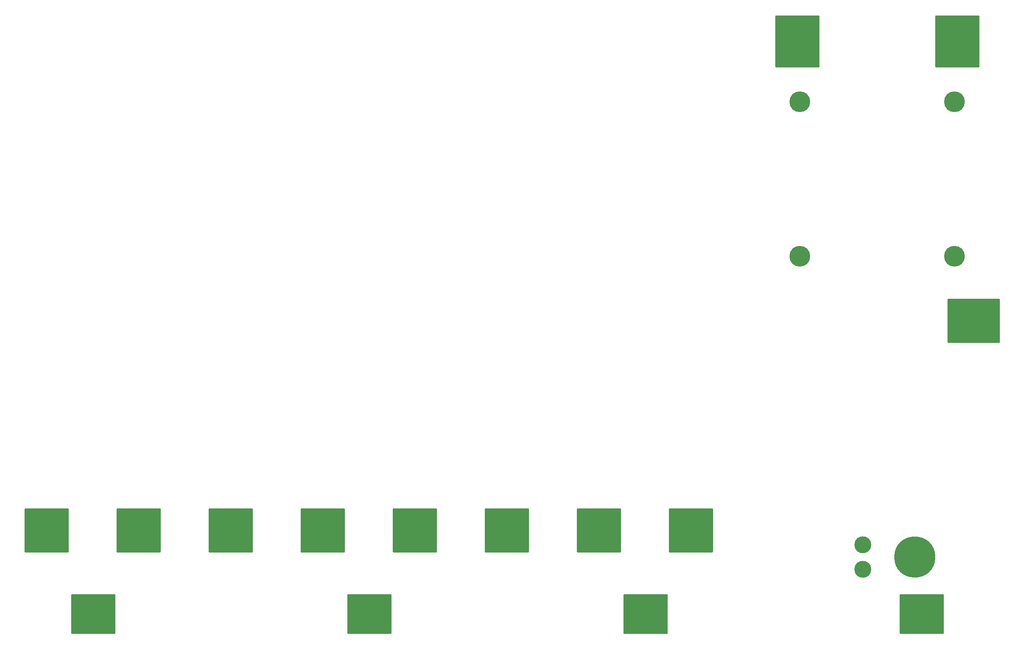
<source format=gbs>
G75*
G70*
%OFA0B0*%
%FSLAX24Y24*%
%IPPOS*%
%LPD*%
%AMOC8*
5,1,8,0,0,1.08239X$1,22.5*
%
%ADD10C,0.0100*%
%ADD11C,0.1437*%
%ADD12C,0.1693*%
%ADD13C,0.3346*%
%ADD14C,0.1378*%
D10*
X004900Y000700D02*
X008400Y000700D01*
X008400Y003820D01*
X004900Y003820D01*
X004900Y000700D01*
X004900Y000796D02*
X008400Y000796D01*
X008400Y000894D02*
X004900Y000894D01*
X004900Y000993D02*
X008400Y000993D01*
X008400Y001091D02*
X004900Y001091D01*
X004900Y001190D02*
X008400Y001190D01*
X008400Y001288D02*
X004900Y001288D01*
X004900Y001387D02*
X008400Y001387D01*
X008400Y001485D02*
X004900Y001485D01*
X004900Y001584D02*
X008400Y001584D01*
X008400Y001682D02*
X004900Y001682D01*
X004900Y001781D02*
X008400Y001781D01*
X008400Y001879D02*
X004900Y001879D01*
X004900Y001978D02*
X008400Y001978D01*
X008400Y002076D02*
X004900Y002076D01*
X004900Y002175D02*
X008400Y002175D01*
X008400Y002273D02*
X004900Y002273D01*
X004900Y002372D02*
X008400Y002372D01*
X008400Y002470D02*
X004900Y002470D01*
X004900Y002569D02*
X008400Y002569D01*
X008400Y002667D02*
X004900Y002667D01*
X004900Y002766D02*
X008400Y002766D01*
X008400Y002864D02*
X004900Y002864D01*
X004900Y002963D02*
X008400Y002963D01*
X008400Y003061D02*
X004900Y003061D01*
X004900Y003160D02*
X008400Y003160D01*
X008400Y003258D02*
X004900Y003258D01*
X004900Y003357D02*
X008400Y003357D01*
X008400Y003455D02*
X004900Y003455D01*
X004900Y003554D02*
X008400Y003554D01*
X008400Y003652D02*
X004900Y003652D01*
X004900Y003751D02*
X008400Y003751D01*
X008588Y007320D02*
X012088Y007320D01*
X012088Y010806D01*
X008588Y010806D01*
X008588Y007320D01*
X008588Y007395D02*
X012088Y007395D01*
X012088Y007494D02*
X008588Y007494D01*
X008588Y007592D02*
X012088Y007592D01*
X012088Y007691D02*
X008588Y007691D01*
X008588Y007789D02*
X012088Y007789D01*
X012088Y007888D02*
X008588Y007888D01*
X008588Y007986D02*
X012088Y007986D01*
X012088Y008085D02*
X008588Y008085D01*
X008588Y008183D02*
X012088Y008183D01*
X012088Y008282D02*
X008588Y008282D01*
X008588Y008380D02*
X012088Y008380D01*
X012088Y008479D02*
X008588Y008479D01*
X008588Y008577D02*
X012088Y008577D01*
X012088Y008676D02*
X008588Y008676D01*
X008588Y008774D02*
X012088Y008774D01*
X012088Y008873D02*
X008588Y008873D01*
X008588Y008971D02*
X012088Y008971D01*
X012088Y009070D02*
X008588Y009070D01*
X008588Y009168D02*
X012088Y009168D01*
X012088Y009267D02*
X008588Y009267D01*
X008588Y009365D02*
X012088Y009365D01*
X012088Y009464D02*
X008588Y009464D01*
X008588Y009562D02*
X012088Y009562D01*
X012088Y009661D02*
X008588Y009661D01*
X008588Y009759D02*
X012088Y009759D01*
X012088Y009858D02*
X008588Y009858D01*
X008588Y009956D02*
X012088Y009956D01*
X012088Y010055D02*
X008588Y010055D01*
X008588Y010153D02*
X012088Y010153D01*
X012088Y010252D02*
X008588Y010252D01*
X008588Y010350D02*
X012088Y010350D01*
X012088Y010449D02*
X008588Y010449D01*
X008588Y010547D02*
X012088Y010547D01*
X012088Y010646D02*
X008588Y010646D01*
X008588Y010744D02*
X012088Y010744D01*
X016088Y010744D02*
X019588Y010744D01*
X019588Y010806D02*
X016088Y010806D01*
X016088Y007320D01*
X019588Y007320D01*
X019588Y010806D01*
X019588Y010646D02*
X016088Y010646D01*
X016088Y010547D02*
X019588Y010547D01*
X019588Y010449D02*
X016088Y010449D01*
X016088Y010350D02*
X019588Y010350D01*
X019588Y010252D02*
X016088Y010252D01*
X016088Y010153D02*
X019588Y010153D01*
X019588Y010055D02*
X016088Y010055D01*
X016088Y009956D02*
X019588Y009956D01*
X019588Y009858D02*
X016088Y009858D01*
X016088Y009759D02*
X019588Y009759D01*
X019588Y009661D02*
X016088Y009661D01*
X016088Y009562D02*
X019588Y009562D01*
X019588Y009464D02*
X016088Y009464D01*
X016088Y009365D02*
X019588Y009365D01*
X019588Y009267D02*
X016088Y009267D01*
X016088Y009168D02*
X019588Y009168D01*
X019588Y009070D02*
X016088Y009070D01*
X016088Y008971D02*
X019588Y008971D01*
X019588Y008873D02*
X016088Y008873D01*
X016088Y008774D02*
X019588Y008774D01*
X019588Y008676D02*
X016088Y008676D01*
X016088Y008577D02*
X019588Y008577D01*
X019588Y008479D02*
X016088Y008479D01*
X016088Y008380D02*
X019588Y008380D01*
X019588Y008282D02*
X016088Y008282D01*
X016088Y008183D02*
X019588Y008183D01*
X019588Y008085D02*
X016088Y008085D01*
X016088Y007986D02*
X019588Y007986D01*
X019588Y007888D02*
X016088Y007888D01*
X016088Y007789D02*
X019588Y007789D01*
X019588Y007691D02*
X016088Y007691D01*
X016088Y007592D02*
X019588Y007592D01*
X019588Y007494D02*
X016088Y007494D01*
X016088Y007395D02*
X019588Y007395D01*
X023588Y007395D02*
X027088Y007395D01*
X027088Y007320D02*
X023588Y007320D01*
X023588Y010806D01*
X027088Y010806D01*
X027088Y007320D01*
X027088Y007494D02*
X023588Y007494D01*
X023588Y007592D02*
X027088Y007592D01*
X027088Y007691D02*
X023588Y007691D01*
X023588Y007789D02*
X027088Y007789D01*
X027088Y007888D02*
X023588Y007888D01*
X023588Y007986D02*
X027088Y007986D01*
X027088Y008085D02*
X023588Y008085D01*
X023588Y008183D02*
X027088Y008183D01*
X027088Y008282D02*
X023588Y008282D01*
X023588Y008380D02*
X027088Y008380D01*
X027088Y008479D02*
X023588Y008479D01*
X023588Y008577D02*
X027088Y008577D01*
X027088Y008676D02*
X023588Y008676D01*
X023588Y008774D02*
X027088Y008774D01*
X027088Y008873D02*
X023588Y008873D01*
X023588Y008971D02*
X027088Y008971D01*
X027088Y009070D02*
X023588Y009070D01*
X023588Y009168D02*
X027088Y009168D01*
X027088Y009267D02*
X023588Y009267D01*
X023588Y009365D02*
X027088Y009365D01*
X027088Y009464D02*
X023588Y009464D01*
X023588Y009562D02*
X027088Y009562D01*
X027088Y009661D02*
X023588Y009661D01*
X023588Y009759D02*
X027088Y009759D01*
X027088Y009858D02*
X023588Y009858D01*
X023588Y009956D02*
X027088Y009956D01*
X027088Y010055D02*
X023588Y010055D01*
X023588Y010153D02*
X027088Y010153D01*
X027088Y010252D02*
X023588Y010252D01*
X023588Y010350D02*
X027088Y010350D01*
X027088Y010449D02*
X023588Y010449D01*
X023588Y010547D02*
X027088Y010547D01*
X027088Y010646D02*
X023588Y010646D01*
X023588Y010744D02*
X027088Y010744D01*
X031088Y010744D02*
X034588Y010744D01*
X034588Y010806D02*
X031088Y010806D01*
X031088Y007320D01*
X034588Y007320D01*
X034588Y010806D01*
X034588Y010646D02*
X031088Y010646D01*
X031088Y010547D02*
X034588Y010547D01*
X034588Y010449D02*
X031088Y010449D01*
X031088Y010350D02*
X034588Y010350D01*
X034588Y010252D02*
X031088Y010252D01*
X031088Y010153D02*
X034588Y010153D01*
X034588Y010055D02*
X031088Y010055D01*
X031088Y009956D02*
X034588Y009956D01*
X034588Y009858D02*
X031088Y009858D01*
X031088Y009759D02*
X034588Y009759D01*
X034588Y009661D02*
X031088Y009661D01*
X031088Y009562D02*
X034588Y009562D01*
X034588Y009464D02*
X031088Y009464D01*
X031088Y009365D02*
X034588Y009365D01*
X034588Y009267D02*
X031088Y009267D01*
X031088Y009168D02*
X034588Y009168D01*
X034588Y009070D02*
X031088Y009070D01*
X031088Y008971D02*
X034588Y008971D01*
X034588Y008873D02*
X031088Y008873D01*
X031088Y008774D02*
X034588Y008774D01*
X034588Y008676D02*
X031088Y008676D01*
X031088Y008577D02*
X034588Y008577D01*
X034588Y008479D02*
X031088Y008479D01*
X031088Y008380D02*
X034588Y008380D01*
X034588Y008282D02*
X031088Y008282D01*
X031088Y008183D02*
X034588Y008183D01*
X034588Y008085D02*
X031088Y008085D01*
X031088Y007986D02*
X034588Y007986D01*
X034588Y007888D02*
X031088Y007888D01*
X031088Y007789D02*
X034588Y007789D01*
X034588Y007691D02*
X031088Y007691D01*
X031088Y007592D02*
X034588Y007592D01*
X034588Y007494D02*
X031088Y007494D01*
X031088Y007395D02*
X034588Y007395D01*
X038588Y007395D02*
X042088Y007395D01*
X042088Y007320D02*
X038588Y007320D01*
X038588Y010806D01*
X042088Y010806D01*
X042088Y007320D01*
X042088Y007494D02*
X038588Y007494D01*
X038588Y007592D02*
X042088Y007592D01*
X042088Y007691D02*
X038588Y007691D01*
X038588Y007789D02*
X042088Y007789D01*
X042088Y007888D02*
X038588Y007888D01*
X038588Y007986D02*
X042088Y007986D01*
X042088Y008085D02*
X038588Y008085D01*
X038588Y008183D02*
X042088Y008183D01*
X042088Y008282D02*
X038588Y008282D01*
X038588Y008380D02*
X042088Y008380D01*
X042088Y008479D02*
X038588Y008479D01*
X038588Y008577D02*
X042088Y008577D01*
X042088Y008676D02*
X038588Y008676D01*
X038588Y008774D02*
X042088Y008774D01*
X042088Y008873D02*
X038588Y008873D01*
X038588Y008971D02*
X042088Y008971D01*
X042088Y009070D02*
X038588Y009070D01*
X038588Y009168D02*
X042088Y009168D01*
X042088Y009267D02*
X038588Y009267D01*
X038588Y009365D02*
X042088Y009365D01*
X042088Y009464D02*
X038588Y009464D01*
X038588Y009562D02*
X042088Y009562D01*
X042088Y009661D02*
X038588Y009661D01*
X038588Y009759D02*
X042088Y009759D01*
X042088Y009858D02*
X038588Y009858D01*
X038588Y009956D02*
X042088Y009956D01*
X042088Y010055D02*
X038588Y010055D01*
X038588Y010153D02*
X042088Y010153D01*
X042088Y010252D02*
X038588Y010252D01*
X038588Y010350D02*
X042088Y010350D01*
X042088Y010449D02*
X038588Y010449D01*
X038588Y010547D02*
X042088Y010547D01*
X042088Y010646D02*
X038588Y010646D01*
X038588Y010744D02*
X042088Y010744D01*
X046088Y010744D02*
X049588Y010744D01*
X049588Y010806D02*
X046088Y010806D01*
X046088Y007320D01*
X049588Y007320D01*
X049588Y010806D01*
X049588Y010646D02*
X046088Y010646D01*
X046088Y010547D02*
X049588Y010547D01*
X049588Y010449D02*
X046088Y010449D01*
X046088Y010350D02*
X049588Y010350D01*
X049588Y010252D02*
X046088Y010252D01*
X046088Y010153D02*
X049588Y010153D01*
X049588Y010055D02*
X046088Y010055D01*
X046088Y009956D02*
X049588Y009956D01*
X049588Y009858D02*
X046088Y009858D01*
X046088Y009759D02*
X049588Y009759D01*
X049588Y009661D02*
X046088Y009661D01*
X046088Y009562D02*
X049588Y009562D01*
X049588Y009464D02*
X046088Y009464D01*
X046088Y009365D02*
X049588Y009365D01*
X049588Y009267D02*
X046088Y009267D01*
X046088Y009168D02*
X049588Y009168D01*
X049588Y009070D02*
X046088Y009070D01*
X046088Y008971D02*
X049588Y008971D01*
X049588Y008873D02*
X046088Y008873D01*
X046088Y008774D02*
X049588Y008774D01*
X049588Y008676D02*
X046088Y008676D01*
X046088Y008577D02*
X049588Y008577D01*
X049588Y008479D02*
X046088Y008479D01*
X046088Y008380D02*
X049588Y008380D01*
X049588Y008282D02*
X046088Y008282D01*
X046088Y008183D02*
X049588Y008183D01*
X049588Y008085D02*
X046088Y008085D01*
X046088Y007986D02*
X049588Y007986D01*
X049588Y007888D02*
X046088Y007888D01*
X046088Y007789D02*
X049588Y007789D01*
X049588Y007691D02*
X046088Y007691D01*
X046088Y007592D02*
X049588Y007592D01*
X049588Y007494D02*
X046088Y007494D01*
X046088Y007395D02*
X049588Y007395D01*
X053588Y007395D02*
X057088Y007395D01*
X057088Y007320D02*
X053588Y007320D01*
X053588Y010806D01*
X057088Y010806D01*
X057088Y007320D01*
X057088Y007494D02*
X053588Y007494D01*
X053588Y007592D02*
X057088Y007592D01*
X057088Y007691D02*
X053588Y007691D01*
X053588Y007789D02*
X057088Y007789D01*
X057088Y007888D02*
X053588Y007888D01*
X053588Y007986D02*
X057088Y007986D01*
X057088Y008085D02*
X053588Y008085D01*
X053588Y008183D02*
X057088Y008183D01*
X057088Y008282D02*
X053588Y008282D01*
X053588Y008380D02*
X057088Y008380D01*
X057088Y008479D02*
X053588Y008479D01*
X053588Y008577D02*
X057088Y008577D01*
X057088Y008676D02*
X053588Y008676D01*
X053588Y008774D02*
X057088Y008774D01*
X057088Y008873D02*
X053588Y008873D01*
X053588Y008971D02*
X057088Y008971D01*
X057088Y009070D02*
X053588Y009070D01*
X053588Y009168D02*
X057088Y009168D01*
X057088Y009267D02*
X053588Y009267D01*
X053588Y009365D02*
X057088Y009365D01*
X057088Y009464D02*
X053588Y009464D01*
X053588Y009562D02*
X057088Y009562D01*
X057088Y009661D02*
X053588Y009661D01*
X053588Y009759D02*
X057088Y009759D01*
X057088Y009858D02*
X053588Y009858D01*
X053588Y009956D02*
X057088Y009956D01*
X057088Y010055D02*
X053588Y010055D01*
X053588Y010153D02*
X057088Y010153D01*
X057088Y010252D02*
X053588Y010252D01*
X053588Y010350D02*
X057088Y010350D01*
X057088Y010449D02*
X053588Y010449D01*
X053588Y010547D02*
X057088Y010547D01*
X057088Y010646D02*
X053588Y010646D01*
X053588Y010744D02*
X057088Y010744D01*
X053400Y003820D02*
X049900Y003820D01*
X049900Y000700D01*
X053400Y000700D01*
X053400Y003820D01*
X053400Y003751D02*
X049900Y003751D01*
X049900Y003652D02*
X053400Y003652D01*
X053400Y003554D02*
X049900Y003554D01*
X049900Y003455D02*
X053400Y003455D01*
X053400Y003357D02*
X049900Y003357D01*
X049900Y003258D02*
X053400Y003258D01*
X053400Y003160D02*
X049900Y003160D01*
X049900Y003061D02*
X053400Y003061D01*
X053400Y002963D02*
X049900Y002963D01*
X049900Y002864D02*
X053400Y002864D01*
X053400Y002766D02*
X049900Y002766D01*
X049900Y002667D02*
X053400Y002667D01*
X053400Y002569D02*
X049900Y002569D01*
X049900Y002470D02*
X053400Y002470D01*
X053400Y002372D02*
X049900Y002372D01*
X049900Y002273D02*
X053400Y002273D01*
X053400Y002175D02*
X049900Y002175D01*
X049900Y002076D02*
X053400Y002076D01*
X053400Y001978D02*
X049900Y001978D01*
X049900Y001879D02*
X053400Y001879D01*
X053400Y001781D02*
X049900Y001781D01*
X049900Y001682D02*
X053400Y001682D01*
X053400Y001584D02*
X049900Y001584D01*
X049900Y001485D02*
X053400Y001485D01*
X053400Y001387D02*
X049900Y001387D01*
X049900Y001288D02*
X053400Y001288D01*
X053400Y001190D02*
X049900Y001190D01*
X049900Y001091D02*
X053400Y001091D01*
X053400Y000993D02*
X049900Y000993D01*
X049900Y000894D02*
X053400Y000894D01*
X053400Y000796D02*
X049900Y000796D01*
X030900Y000796D02*
X027400Y000796D01*
X027400Y000700D02*
X030900Y000700D01*
X030900Y003820D01*
X027400Y003820D01*
X027400Y000700D01*
X027400Y000894D02*
X030900Y000894D01*
X030900Y000993D02*
X027400Y000993D01*
X027400Y001091D02*
X030900Y001091D01*
X030900Y001190D02*
X027400Y001190D01*
X027400Y001288D02*
X030900Y001288D01*
X030900Y001387D02*
X027400Y001387D01*
X027400Y001485D02*
X030900Y001485D01*
X030900Y001584D02*
X027400Y001584D01*
X027400Y001682D02*
X030900Y001682D01*
X030900Y001781D02*
X027400Y001781D01*
X027400Y001879D02*
X030900Y001879D01*
X030900Y001978D02*
X027400Y001978D01*
X027400Y002076D02*
X030900Y002076D01*
X030900Y002175D02*
X027400Y002175D01*
X027400Y002273D02*
X030900Y002273D01*
X030900Y002372D02*
X027400Y002372D01*
X027400Y002470D02*
X030900Y002470D01*
X030900Y002569D02*
X027400Y002569D01*
X027400Y002667D02*
X030900Y002667D01*
X030900Y002766D02*
X027400Y002766D01*
X027400Y002864D02*
X030900Y002864D01*
X030900Y002963D02*
X027400Y002963D01*
X027400Y003061D02*
X030900Y003061D01*
X030900Y003160D02*
X027400Y003160D01*
X027400Y003258D02*
X030900Y003258D01*
X030900Y003357D02*
X027400Y003357D01*
X027400Y003455D02*
X030900Y003455D01*
X030900Y003554D02*
X027400Y003554D01*
X027400Y003652D02*
X030900Y003652D01*
X030900Y003751D02*
X027400Y003751D01*
X004588Y007320D02*
X001088Y007320D01*
X001088Y010806D01*
X004588Y010806D01*
X004588Y007320D01*
X004588Y007395D02*
X001088Y007395D01*
X001088Y007494D02*
X004588Y007494D01*
X004588Y007592D02*
X001088Y007592D01*
X001088Y007691D02*
X004588Y007691D01*
X004588Y007789D02*
X001088Y007789D01*
X001088Y007888D02*
X004588Y007888D01*
X004588Y007986D02*
X001088Y007986D01*
X001088Y008085D02*
X004588Y008085D01*
X004588Y008183D02*
X001088Y008183D01*
X001088Y008282D02*
X004588Y008282D01*
X004588Y008380D02*
X001088Y008380D01*
X001088Y008479D02*
X004588Y008479D01*
X004588Y008577D02*
X001088Y008577D01*
X001088Y008676D02*
X004588Y008676D01*
X004588Y008774D02*
X001088Y008774D01*
X001088Y008873D02*
X004588Y008873D01*
X004588Y008971D02*
X001088Y008971D01*
X001088Y009070D02*
X004588Y009070D01*
X004588Y009168D02*
X001088Y009168D01*
X001088Y009267D02*
X004588Y009267D01*
X004588Y009365D02*
X001088Y009365D01*
X001088Y009464D02*
X004588Y009464D01*
X004588Y009562D02*
X001088Y009562D01*
X001088Y009661D02*
X004588Y009661D01*
X004588Y009759D02*
X001088Y009759D01*
X001088Y009858D02*
X004588Y009858D01*
X004588Y009956D02*
X001088Y009956D01*
X001088Y010055D02*
X004588Y010055D01*
X004588Y010153D02*
X001088Y010153D01*
X001088Y010252D02*
X004588Y010252D01*
X004588Y010350D02*
X001088Y010350D01*
X001088Y010449D02*
X004588Y010449D01*
X004588Y010547D02*
X001088Y010547D01*
X001088Y010646D02*
X004588Y010646D01*
X004588Y010744D02*
X001088Y010744D01*
X062250Y046900D02*
X065750Y046900D01*
X065750Y051025D01*
X062250Y051025D01*
X062250Y046900D01*
X062250Y046992D02*
X065750Y046992D01*
X065750Y047091D02*
X062250Y047091D01*
X062250Y047189D02*
X065750Y047189D01*
X065750Y047288D02*
X062250Y047288D01*
X062250Y047386D02*
X065750Y047386D01*
X065750Y047485D02*
X062250Y047485D01*
X062250Y047583D02*
X065750Y047583D01*
X065750Y047682D02*
X062250Y047682D01*
X062250Y047780D02*
X065750Y047780D01*
X065750Y047879D02*
X062250Y047879D01*
X062250Y047977D02*
X065750Y047977D01*
X065750Y048076D02*
X062250Y048076D01*
X062250Y048174D02*
X065750Y048174D01*
X065750Y048273D02*
X062250Y048273D01*
X062250Y048371D02*
X065750Y048371D01*
X065750Y048470D02*
X062250Y048470D01*
X062250Y048568D02*
X065750Y048568D01*
X065750Y048667D02*
X062250Y048667D01*
X062250Y048765D02*
X065750Y048765D01*
X065750Y048864D02*
X062250Y048864D01*
X062250Y048962D02*
X065750Y048962D01*
X065750Y049061D02*
X062250Y049061D01*
X062250Y049159D02*
X065750Y049159D01*
X065750Y049258D02*
X062250Y049258D01*
X062250Y049356D02*
X065750Y049356D01*
X065750Y049455D02*
X062250Y049455D01*
X062250Y049553D02*
X065750Y049553D01*
X065750Y049652D02*
X062250Y049652D01*
X062250Y049750D02*
X065750Y049750D01*
X065750Y049849D02*
X062250Y049849D01*
X062250Y049947D02*
X065750Y049947D01*
X065750Y050046D02*
X062250Y050046D01*
X062250Y050144D02*
X065750Y050144D01*
X065750Y050243D02*
X062250Y050243D01*
X062250Y050341D02*
X065750Y050341D01*
X065750Y050440D02*
X062250Y050440D01*
X062250Y050538D02*
X065750Y050538D01*
X065750Y050637D02*
X062250Y050637D01*
X062250Y050735D02*
X065750Y050735D01*
X065750Y050834D02*
X062250Y050834D01*
X062250Y050932D02*
X065750Y050932D01*
X075300Y050932D02*
X078800Y050932D01*
X078800Y051025D02*
X075300Y051025D01*
X075300Y046900D01*
X078800Y046900D01*
X078800Y051025D01*
X078800Y050834D02*
X075300Y050834D01*
X075300Y050735D02*
X078800Y050735D01*
X078800Y050637D02*
X075300Y050637D01*
X075300Y050538D02*
X078800Y050538D01*
X078800Y050440D02*
X075300Y050440D01*
X075300Y050341D02*
X078800Y050341D01*
X078800Y050243D02*
X075300Y050243D01*
X075300Y050144D02*
X078800Y050144D01*
X078800Y050046D02*
X075300Y050046D01*
X075300Y049947D02*
X078800Y049947D01*
X078800Y049849D02*
X075300Y049849D01*
X075300Y049750D02*
X078800Y049750D01*
X078800Y049652D02*
X075300Y049652D01*
X075300Y049553D02*
X078800Y049553D01*
X078800Y049455D02*
X075300Y049455D01*
X075300Y049356D02*
X078800Y049356D01*
X078800Y049258D02*
X075300Y049258D01*
X075300Y049159D02*
X078800Y049159D01*
X078800Y049061D02*
X075300Y049061D01*
X075300Y048962D02*
X078800Y048962D01*
X078800Y048864D02*
X075300Y048864D01*
X075300Y048765D02*
X078800Y048765D01*
X078800Y048667D02*
X075300Y048667D01*
X075300Y048568D02*
X078800Y048568D01*
X078800Y048470D02*
X075300Y048470D01*
X075300Y048371D02*
X078800Y048371D01*
X078800Y048273D02*
X075300Y048273D01*
X075300Y048174D02*
X078800Y048174D01*
X078800Y048076D02*
X075300Y048076D01*
X075300Y047977D02*
X078800Y047977D01*
X078800Y047879D02*
X075300Y047879D01*
X075300Y047780D02*
X078800Y047780D01*
X078800Y047682D02*
X075300Y047682D01*
X075300Y047583D02*
X078800Y047583D01*
X078800Y047485D02*
X075300Y047485D01*
X075300Y047386D02*
X078800Y047386D01*
X078800Y047288D02*
X075300Y047288D01*
X075300Y047189D02*
X078800Y047189D01*
X078800Y047091D02*
X075300Y047091D01*
X075300Y046992D02*
X078800Y046992D01*
X080450Y027928D02*
X076300Y027928D01*
X076300Y024423D01*
X080450Y024423D01*
X080450Y027928D01*
X080450Y027883D02*
X076300Y027883D01*
X076300Y027785D02*
X080450Y027785D01*
X080450Y027686D02*
X076300Y027686D01*
X076300Y027588D02*
X080450Y027588D01*
X080450Y027489D02*
X076300Y027489D01*
X076300Y027391D02*
X080450Y027391D01*
X080450Y027292D02*
X076300Y027292D01*
X076300Y027194D02*
X080450Y027194D01*
X080450Y027095D02*
X076300Y027095D01*
X076300Y026997D02*
X080450Y026997D01*
X080450Y026898D02*
X076300Y026898D01*
X076300Y026800D02*
X080450Y026800D01*
X080450Y026701D02*
X076300Y026701D01*
X076300Y026603D02*
X080450Y026603D01*
X080450Y026504D02*
X076300Y026504D01*
X076300Y026406D02*
X080450Y026406D01*
X080450Y026307D02*
X076300Y026307D01*
X076300Y026209D02*
X080450Y026209D01*
X080450Y026110D02*
X076300Y026110D01*
X076300Y026012D02*
X080450Y026012D01*
X080450Y025913D02*
X076300Y025913D01*
X076300Y025815D02*
X080450Y025815D01*
X080450Y025716D02*
X076300Y025716D01*
X076300Y025618D02*
X080450Y025618D01*
X080450Y025519D02*
X076300Y025519D01*
X076300Y025421D02*
X080450Y025421D01*
X080450Y025322D02*
X076300Y025322D01*
X076300Y025224D02*
X080450Y025224D01*
X080450Y025125D02*
X076300Y025125D01*
X076300Y025027D02*
X080450Y025027D01*
X080450Y024928D02*
X076300Y024928D01*
X076300Y024830D02*
X080450Y024830D01*
X080450Y024731D02*
X076300Y024731D01*
X076300Y024633D02*
X080450Y024633D01*
X080450Y024534D02*
X076300Y024534D01*
X076300Y024436D02*
X080450Y024436D01*
X075900Y003820D02*
X072400Y003820D01*
X072400Y000700D01*
X075900Y000700D01*
X075900Y003820D01*
X075900Y003751D02*
X072400Y003751D01*
X072400Y003652D02*
X075900Y003652D01*
X075900Y003554D02*
X072400Y003554D01*
X072400Y003455D02*
X075900Y003455D01*
X075900Y003357D02*
X072400Y003357D01*
X072400Y003258D02*
X075900Y003258D01*
X075900Y003160D02*
X072400Y003160D01*
X072400Y003061D02*
X075900Y003061D01*
X075900Y002963D02*
X072400Y002963D01*
X072400Y002864D02*
X075900Y002864D01*
X075900Y002766D02*
X072400Y002766D01*
X072400Y002667D02*
X075900Y002667D01*
X075900Y002569D02*
X072400Y002569D01*
X072400Y002470D02*
X075900Y002470D01*
X075900Y002372D02*
X072400Y002372D01*
X072400Y002273D02*
X075900Y002273D01*
X075900Y002175D02*
X072400Y002175D01*
X072400Y002076D02*
X075900Y002076D01*
X075900Y001978D02*
X072400Y001978D01*
X072400Y001879D02*
X075900Y001879D01*
X075900Y001781D02*
X072400Y001781D01*
X072400Y001682D02*
X075900Y001682D01*
X075900Y001584D02*
X072400Y001584D01*
X072400Y001485D02*
X075900Y001485D01*
X075900Y001387D02*
X072400Y001387D01*
X072400Y001288D02*
X075900Y001288D01*
X075900Y001190D02*
X072400Y001190D01*
X072400Y001091D02*
X075900Y001091D01*
X075900Y000993D02*
X072400Y000993D01*
X072400Y000894D02*
X075900Y000894D01*
X075900Y000796D02*
X072400Y000796D01*
D11*
X055338Y008975D03*
X047838Y008975D03*
X040338Y008975D03*
X032838Y008975D03*
X025338Y008975D03*
X017838Y008975D03*
X010338Y008975D03*
X002838Y008975D03*
D12*
X064226Y031426D03*
X076824Y031426D03*
X076824Y044024D03*
X064226Y044024D03*
D13*
X073588Y006883D03*
D14*
X069338Y007875D03*
X069338Y005875D03*
M02*

</source>
